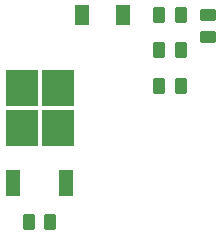
<source format=gbp>
G04 #@! TF.GenerationSoftware,KiCad,Pcbnew,(6.0.9)*
G04 #@! TF.CreationDate,2023-01-18T17:10:32+01:00*
G04 #@! TF.ProjectId,buck,6275636b-2e6b-4696-9361-645f70636258,rev?*
G04 #@! TF.SameCoordinates,Original*
G04 #@! TF.FileFunction,Paste,Bot*
G04 #@! TF.FilePolarity,Positive*
%FSLAX46Y46*%
G04 Gerber Fmt 4.6, Leading zero omitted, Abs format (unit mm)*
G04 Created by KiCad (PCBNEW (6.0.9)) date 2023-01-18 17:10:32*
%MOMM*%
%LPD*%
G01*
G04 APERTURE LIST*
G04 Aperture macros list*
%AMRoundRect*
0 Rectangle with rounded corners*
0 $1 Rounding radius*
0 $2 $3 $4 $5 $6 $7 $8 $9 X,Y pos of 4 corners*
0 Add a 4 corners polygon primitive as box body*
4,1,4,$2,$3,$4,$5,$6,$7,$8,$9,$2,$3,0*
0 Add four circle primitives for the rounded corners*
1,1,$1+$1,$2,$3*
1,1,$1+$1,$4,$5*
1,1,$1+$1,$6,$7*
1,1,$1+$1,$8,$9*
0 Add four rect primitives between the rounded corners*
20,1,$1+$1,$2,$3,$4,$5,0*
20,1,$1+$1,$4,$5,$6,$7,0*
20,1,$1+$1,$6,$7,$8,$9,0*
20,1,$1+$1,$8,$9,$2,$3,0*%
G04 Aperture macros list end*
%ADD10R,2.750000X3.050000*%
%ADD11R,1.200000X2.200000*%
%ADD12RoundRect,0.250000X0.262500X0.450000X-0.262500X0.450000X-0.262500X-0.450000X0.262500X-0.450000X0*%
%ADD13RoundRect,0.250000X-0.262500X-0.450000X0.262500X-0.450000X0.262500X0.450000X-0.262500X0.450000X0*%
%ADD14RoundRect,0.250000X-0.450000X0.262500X-0.450000X-0.262500X0.450000X-0.262500X0.450000X0.262500X0*%
%ADD15R,1.300000X1.700000*%
G04 APERTURE END LIST*
D10*
X135381000Y-101497000D03*
X135381000Y-98147000D03*
X138431000Y-101497000D03*
X138431000Y-98147000D03*
D11*
X139186000Y-106122000D03*
X134626000Y-106122000D03*
D12*
X148867500Y-94869000D03*
X147042500Y-94869000D03*
D13*
X147042500Y-91948000D03*
X148867500Y-91948000D03*
D14*
X151130000Y-91938584D03*
X151130000Y-93763584D03*
D13*
X147042500Y-97917000D03*
X148867500Y-97917000D03*
D12*
X137818500Y-109474000D03*
X135993500Y-109474000D03*
D15*
X143990000Y-91948000D03*
X140490000Y-91948000D03*
M02*

</source>
